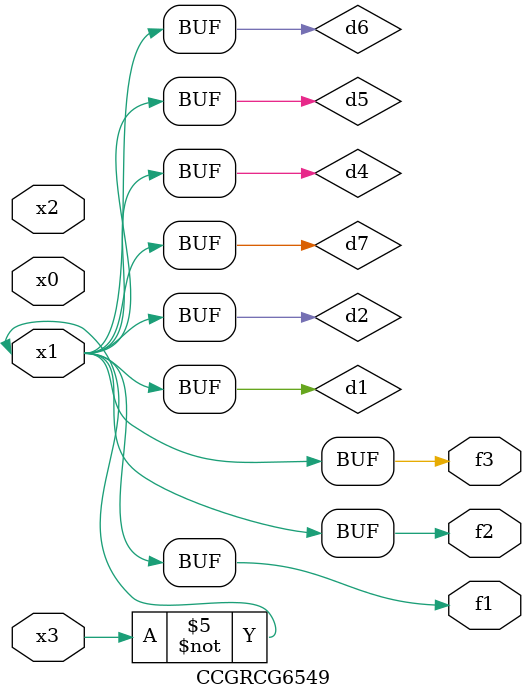
<source format=v>
module CCGRCG6549(
	input x0, x1, x2, x3,
	output f1, f2, f3
);

	wire d1, d2, d3, d4, d5, d6, d7;

	not (d1, x3);
	buf (d2, x1);
	xnor (d3, d1, d2);
	nor (d4, d1);
	buf (d5, d1, d2);
	buf (d6, d4, d5);
	nand (d7, d4);
	assign f1 = d6;
	assign f2 = d7;
	assign f3 = d6;
endmodule

</source>
